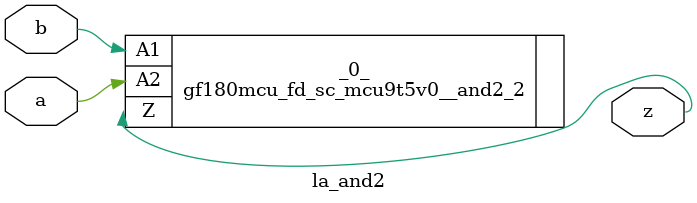
<source format=v>
/* Generated by Yosys 0.37 (git sha1 a5c7f69ed, clang 14.0.0-1ubuntu1.1 -fPIC -Os) */

module la_and2(a, b, z);
  input a;
  wire a;
  input b;
  wire b;
  output z;
  wire z;
  gf180mcu_fd_sc_mcu9t5v0__and2_2 _0_ (
    .A1(b),
    .A2(a),
    .Z(z)
  );
endmodule

</source>
